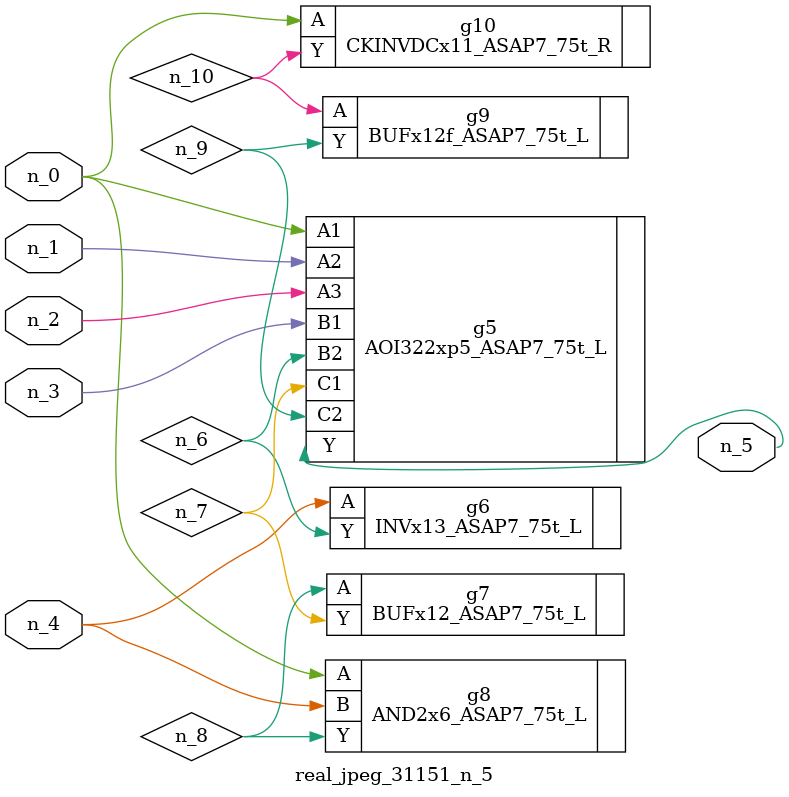
<source format=v>
module real_jpeg_31151_n_5 (n_4, n_0, n_1, n_2, n_3, n_5);

input n_4;
input n_0;
input n_1;
input n_2;
input n_3;

output n_5;

wire n_8;
wire n_6;
wire n_7;
wire n_10;
wire n_9;

AOI322xp5_ASAP7_75t_L g5 ( 
.A1(n_0),
.A2(n_1),
.A3(n_2),
.B1(n_3),
.B2(n_6),
.C1(n_7),
.C2(n_9),
.Y(n_5)
);

AND2x6_ASAP7_75t_L g8 ( 
.A(n_0),
.B(n_4),
.Y(n_8)
);

CKINVDCx11_ASAP7_75t_R g10 ( 
.A(n_0),
.Y(n_10)
);

INVx13_ASAP7_75t_L g6 ( 
.A(n_4),
.Y(n_6)
);

BUFx12_ASAP7_75t_L g7 ( 
.A(n_8),
.Y(n_7)
);

BUFx12f_ASAP7_75t_L g9 ( 
.A(n_10),
.Y(n_9)
);


endmodule
</source>
